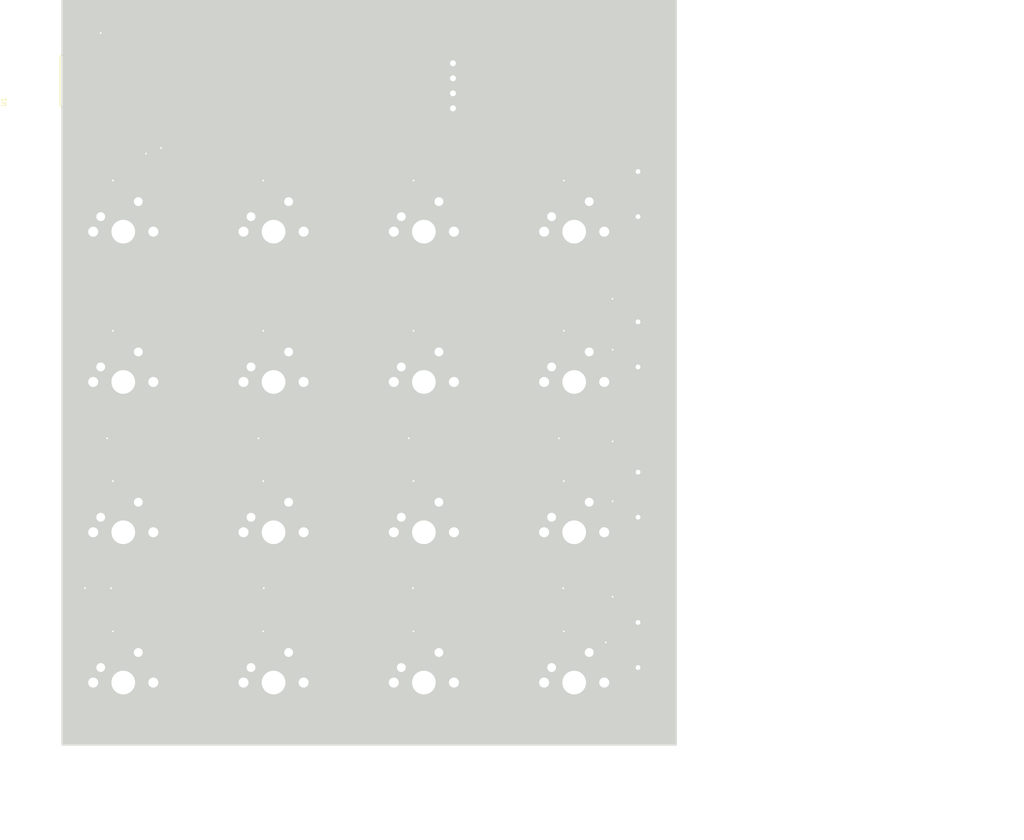
<source format=kicad_pcb>
(kicad_pcb (version 20241229) (generator "pcbnew") (generator_version "9.0")
  (layers (0 "F.Cu" signal) (2 "B.Cu" signal) (13 "F.Paste" user) (15 "B.Paste" user) (5 "F.SilkS" user "F.Silkscreen") (7 "B.SilkS" user "B.Silkscreen") (1 "F.Mask" user) (3 "B.Mask" user) (25 "Edge.Cuts" user))
  (net 0 "")
  (net 1 "GND")
  (net 2 "Net-(D1-DOUT)")
  (net 3 "Net-(D1-DIN)")
  (net 4 "+5V")
  (net 5 "Net-(D2-DOUT)")
  (net 6 "Net-(D13-DOUT)")
  (net 7 "Net-(D3-DOUT)")
  (net 8 "Net-(D14-DOUT)")
  (net 9 "Net-(D4-DOUT)")
  (net 10 "Net-(D15-DOUT)")
  (net 11 "Net-(D5-DOUT)")
  (net 12 "Net-(D10-DIN)")
  (net 13 "Net-(D11-DIN)")
  (net 14 "Net-(D12-DIN)")
  (net 15 "Net-(D13-DIN)")
  (net 16 "Net-(D10-DOUT)")
  (net 17 "Net-(D11-DOUT)")
  (net 18 "Net-(D12-DOUT)")
  (net 20 "Net-(D17-K)")
  (net 21 "Net-(D17-A)")
  (net 22 "Net-(D18-K)")
  (net 23 "Net-(D18-A)")
  (net 24 "Net-(D19-A)")
  (net 25 "Net-(D19-K)")
  (net 26 "Net-(D20-A)")
  (net 27 "Net-(D20-K)")
  (net 28 "Net-(U1-GPIO1{slash}RX)")
  (net 29 "Net-(U1-GPIO2{slash}SCK)")
  (net 30 "Net-(U1-GPIO4{slash}MISO)")
  (net 31 "Net-(U1-GPIO3{slash}MOSI)")
  (net 32 "+3V3")
  (net 33 "Net-(J1-Pin_1)")
  (net 34 "Net-(J1-Pin_2)")
  (footprint "LED_SMD:LED_SK6812MINI_PLCC4_3.5x3.5mm_P1.75mm" (layer "F.Cu") (at 95.25 98.425)
    (property "Reference" "D11")
    (property "Value" "SK6812MINI")
  )
  (footprint "Button_Switch_Keyboard:SW_Cherry_MX_1.00u_PCB" (layer "F.Cu") (at 123.19 128.27)
    (property "Reference" "SW16")
    (property "Value" "SW_Push")
  )
  (footprint "Button_Switch_Keyboard:SW_Cherry_MX_1.00u_PCB" (layer "F.Cu") (at 97.79 52.07)
    (property "Reference" "SW8")
    (property "Value" "SW_Push")
  )
  (footprint "LED_SMD:LED_SK6812MINI_PLCC4_3.5x3.5mm_P1.75mm" (layer "F.Cu") (at 120.65 73.025)
    (property "Reference" "D14")
    (property "Value" "SK6812MINI")
  )
  (footprint "LED_SMD:LED_SK6812MINI_PLCC4_3.5x3.5mm_P1.75mm" (layer "F.Cu") (at 44.45 123.825)
    (property "Reference" "D4")
    (property "Value" "SK6812MINI")
  )
  (footprint "Diode_THT:D_DO-35_SOD27_P7.62mm_Horizontal" (layer "F.Cu") (at 131.445 123.19 -90)
    (property "Reference" "D20" (hide yes))
    (property "Value" "1N4148" (hide yes))
  )
  (footprint "LED_SMD:LED_SK6812MINI_PLCC4_3.5x3.5mm_P1.75mm" (layer "F.Cu") (at 120.65 123.825)
    (property "Reference" "D16")
    (property "Value" "SK6812MINI")
  )
  (footprint "Button_Switch_Keyboard:SW_Cherry_MX_1.00u_PCB" (layer "F.Cu") (at 97.79 77.47)
    (property "Reference" "SW9")
    (property "Value" "SW_Push")
  )
  (footprint "Button_Switch_Keyboard:SW_Cherry_MX_1.00u_PCB" (layer "F.Cu") (at 97.79 128.27)
    (property "Reference" "SW11")
    (property "Value" "SW_Push")
  )
  (footprint "Diode_THT:D_DO-35_SOD27_P7.62mm_Horizontal" (layer "F.Cu") (at 131.445 97.79 -90)
    (property "Reference" "D19" (hide yes))
    (property "Value" "1N4148" (hide yes))
  )
  (footprint "LED_SMD:LED_SK6812MINI_PLCC4_3.5x3.5mm_P1.75mm" (layer "F.Cu") (at 69.85 73.025)
    (property "Reference" "D6")
    (property "Value" "SK6812MINI")
  )
  (footprint "Button_Switch_Keyboard:SW_Cherry_MX_1.00u_PCB" (layer "F.Cu") (at 123.19 102.87)
    (property "Reference" "SW15")
    (property "Value" "SW_Push")
  )
  (footprint "Button_Switch_Keyboard:SW_Cherry_MX_1.00u_PCB" (layer "F.Cu") (at 72.39 128.27)
    (property "Reference" "SW7")
    (property "Value" "SW_Push")
  )
  (footprint "Oled:SSD1306-0.91-OLED-4pin-128x32" (layer "F.Cu") (at 63.665 26.5)
    (property "Reference" "J1")
    (property "Value" "OLED")
  )
  (footprint "LED_SMD:LED_SK6812MINI_PLCC4_3.5x3.5mm_P1.75mm" (layer "F.Cu") (at 120.65 47.625)
    (property "Reference" "D13")
    (property "Value" "SK6812MINI")
  )
  (footprint "Oled:XIAO-RP2040-SMD" (layer "F.Cu") (at 45.72 31.75 90)
    (property "Reference" "U1")
    (property "Value" "XIAO-RP2040-DIP")
  )
  (footprint "Button_Switch_Keyboard:SW_Cherry_MX_1.00u_PCB" (layer "F.Cu") (at 46.99 52.07)
    (property "Reference" "SW13")
    (property "Value" "SW_Push")
  )
  (footprint "Button_Switch_Keyboard:SW_Cherry_MX_1.00u_PCB" (layer "F.Cu") (at 46.99 102.87)
    (property "Reference" "SW2")
    (property "Value" "SW_Push")
  )
  (footprint "Button_Switch_Keyboard:SW_Cherry_MX_1.00u_PCB" (layer "F.Cu") (at 97.79 102.87)
    (property "Reference" "SW10")
    (property "Value" "SW_Push")
  )
  (footprint "LED_SMD:LED_SK6812MINI_PLCC4_3.5x3.5mm_P1.75mm" (layer "F.Cu") (at 44.45 47.625)
    (property "Reference" "D1")
    (property "Value" "SK6812MINI")
  )
  (footprint "LED_SMD:LED_SK6812MINI_PLCC4_3.5x3.5mm_P1.75mm" (layer "F.Cu") (at 95.25 73.025)
    (property "Reference" "D10")
    (property "Value" "SK6812MINI")
  )
  (footprint "Button_Switch_Keyboard:SW_Cherry_MX_1.00u_PCB" (layer "F.Cu") (at 72.39 52.07)
    (property "Reference" "SW4")
    (property "Value" "SW_Push")
  )
  (footprint "Button_Switch_Keyboard:SW_Cherry_MX_1.00u_PCB" (layer "F.Cu") (at 46.99 128.27)
    (property "Reference" "SW3")
    (property "Value" "SW_Push")
  )
  (footprint "Button_Switch_Keyboard:SW_Cherry_MX_1.00u_PCB" (layer "F.Cu") (at 123.19 77.47)
    (property "Reference" "SW14")
    (property "Value" "SW_Push")
  )
  (footprint "Button_Switch_Keyboard:SW_Cherry_MX_1.00u_PCB" (layer "F.Cu") (at 46.99 77.47)
    (property "Reference" "SW1")
    (property "Value" "SW_Push")
  )
  (footprint "LED_SMD:LED_SK6812MINI_PLCC4_3.5x3.5mm_P1.75mm" (layer "F.Cu") (at 69.85 47.625)
    (property "Reference" "D5")
    (property "Value" "SK6812MINI")
  )
  (footprint "LED_SMD:LED_SK6812MINI_PLCC4_3.5x3.5mm_P1.75mm" (layer "F.Cu") (at 69.85 123.825)
    (property "Reference" "D8")
    (property "Value" "SK6812MINI")
  )
  (footprint "LED_SMD:LED_SK6812MINI_PLCC4_3.5x3.5mm_P1.75mm" (layer "F.Cu") (at 44.45 73.025)
    (property "Reference" "D2")
    (property "Value" "SK6812MINI")
  )
  (footprint "LED_SMD:LED_SK6812MINI_PLCC4_3.5x3.5mm_P1.75mm" (layer "F.Cu") (at 95.25 47.625)
    (property "Reference" "D9")
    (property "Value" "SK6812MINI")
  )
  (footprint "Button_Switch_Keyboard:SW_Cherry_MX_1.00u_PCB" (layer "F.Cu") (at 123.19 52.07)
    (property "Reference" "SW12")
    (property "Value" "SW_Push")
  )
  (footprint "Button_Switch_Keyboard:SW_Cherry_MX_1.00u_PCB" (layer "F.Cu") (at 72.39 102.87)
    (property "Reference" "SW6")
    (property "Value" "SW_Push")
  )
  (footprint "Diode_THT:D_DO-35_SOD27_P7.62mm_Horizontal" (layer "F.Cu") (at 131.445 72.39 -90)
    (property "Reference" "D18")
    (property "Value" "1N4148" (hide yes))
  )
  (footprint "LED_SMD:LED_SK6812MINI_PLCC4_3.5x3.5mm_P1.75mm" (layer "F.Cu") (at 120.65 98.425)
    (property "Reference" "D15")
    (property "Value" "SK6812MINI")
  )
  (footprint "Button_Switch_Keyboard:SW_Cherry_MX_1.00u_PCB" (layer "F.Cu") (at 72.39 77.47)
    (property "Reference" "SW5")
    (property "Value" "SW_Push")
  )
  (footprint "LED_SMD:LED_SK6812MINI_PLCC4_3.5x3.5mm_P1.75mm" (layer "F.Cu") (at 69.85 98.425)
    (property "Reference" "D7")
    (property "Value" "SK6812MINI")
  )
  (footprint "LED_SMD:LED_SK6812MINI_PLCC4_3.5x3.5mm_P1.75mm" (layer "F.Cu") (at 44.45 98.425)
    (property "Reference" "D3")
    (property "Value" "SK6812MINI")
  )
  (footprint "Diode_THT:D_DO-35_SOD27_P7.62mm_Horizontal" (layer "F.Cu") (at 131.445 46.99 -90)
    (property "Reference" "D17" (hide yes))
    (property "Value" "1N4148")
  )
  (footprint "LED_SMD:LED_SK6812MINI_PLCC4_3.5x3.5mm_P1.75mm" (layer "F.Cu") (at 95.25 123.825)
    (property "Reference" "D12")
    (property "Value" "SK6812MINI")
  )
  (segment (start 67.3 92.075) (end 92.675 92.075) (width 0.6) (layer "F.Cu") (net 1))
  (segment (start 92.725 92.075) (end 118.05 92.075) (width 0.6) (layer "F.Cu") (net 1))
  (segment (start 68.2 117.4) (end 93.4 117.4) (width 0.6) (layer "F.Cu") (net 1))
  (segment (start 40.64 22.935794) (end 42.867794 20.708) (width 0.6) (layer "F.Cu") (net 1))
  (segment (start 41.725 92.075) (end 67.3 92.075) (width 0.6) (layer "F.Cu") (net 1))
  (segment (start 42.867794 20.708) (end 92.183 20.708) (width 0.6) (layer "F.Cu") (net 1))
  (segment (start 118.8 117.4) (end 119 117.4) (width 0.6) (layer "F.Cu") (net 1))
  (segment (start 92.183 20.708) (end 100.165 28.69) (width 0.6) (layer "F.Cu") (net 1))
  (segment (start 92.675 92.075) (end 92.7 92.05) (width 0.6) (layer "F.Cu") (net 1))
  (segment (start 40.64 23.585) (end 40.64 22.935794) (width 0.6) (layer "F.Cu") (net 1))
  (segment (start 92.7 92.05) (end 92.725 92.075) (width 0.6) (layer "F.Cu") (net 1))
  (segment (start 38 117.4) (end 42.4 117.4) (width 0.6) (layer "F.Cu") (net 1))
  (segment (start 93.4 117.4) (end 118.8 117.4) (width 0.6) (layer "F.Cu") (net 1))
  (segment (start 42.4 117.4) (end 68.2 117.4) (width 0.6) (layer "F.Cu") (net 1))
  (via (at 68.2 117.4) (size 0.6) (drill 0.3) (layers "F.Cu" "B.Cu") (net 1))
  (via (at 67.3 92.075) (size 0.6) (drill 0.3) (layers "F.Cu" "B.Cu") (net 1))
  (via (at 42.7 124.7) (size 0.6) (drill 0.3) (layers "F.Cu" "B.Cu") (net 1))
  (via (at 42.7 99.3) (size 0.6) (drill 0.3) (layers "F.Cu" "B.Cu") (net 1))
  (via (at 38 117.4) (size 0.6) (drill 0.3) (layers "F.Cu" "B.Cu") (net 1))
  (via (at 42.7 48.5) (size 0.6) (drill 0.3) (layers "F.Cu" "B.Cu") (net 1))
  (via (at 42.7 73.9) (size 0.6) (drill 0.3) (layers "F.Cu" "B.Cu") (net 1))
  (via (at 93.4 117.4) (size 0.6) (drill 0.3) (layers "F.Cu" "B.Cu") (net 1))
  (via (at 42.4 117.4) (size 0.6) (drill 0.3) (layers "F.Cu" "B.Cu") (net 1))
  (via (at 118.8 117.4) (size 0.6) (drill 0.3) (layers "F.Cu" "B.Cu") (net 1))
  (via (at 118.9 99.3) (size 0.6) (drill 0.3) (layers "F.Cu" "B.Cu") (net 1))
  (via (at 68.1 73.9) (size 0.6) (drill 0.3) (layers "F.Cu" "B.Cu") (net 1))
  (via (at 68.1 99.3) (size 0.6) (drill 0.3) (layers "F.Cu" "B.Cu") (net 1))
  (via (at 118.9 48.5) (size 0.6) (drill 0.3) (layers "F.Cu" "B.Cu") (net 1))
  (via (at 118.05 92.075) (size 0.6) (drill 0.3) (layers "F.Cu" "B.Cu") (net 1))
  (via (at 118.9 73.9) (size 0.6) (drill 0.3) (layers "F.Cu" "B.Cu") (net 1))
  (via (at 68.1 124.7) (size 0.6) (drill 0.3) (layers "F.Cu" "B.Cu") (net 1))
  (via (at 40.64 23.585) (size 0.6) (drill 0.3) (layers "F.Cu" "B.Cu") (net 1))
  (via (at 93.5 124.7) (size 0.6) (drill 0.3) (layers "F.Cu" "B.Cu") (net 1))
  (via (at 118.9 124.7) (size 0.6) (drill 0.3) (layers "F.Cu" "B.Cu") (net 1))
  (via (at 92.7 92.05) (size 0.6) (drill 0.3) (layers "F.Cu" "B.Cu") (net 1))
  (via (at 68.1 48.5) (size 0.6) (drill 0.3) (layers "F.Cu" "B.Cu") (net 1))
  (via (at 41.725 92.075) (size 0.6) (drill 0.3) (layers "F.Cu" "B.Cu") (net 1))
  (via (at 93.5 48.5) (size 0.6) (drill 0.3) (layers "F.Cu" "B.Cu") (net 1))
  (via (at 93.5 73.9) (size 0.6) (drill 0.3) (layers "F.Cu" "B.Cu") (net 1))
  (via (at 93.5 99.3) (size 0.6) (drill 0.3) (layers "F.Cu" "B.Cu") (net 1))
  (segment (start 42.7 73.9) (end 42.7 80.692341) (width 0.6) (layer "B.Cu") (net 1))
  (segment (start 68.1 92.875) (end 67.3 92.075) (width 0.6) (layer "B.Cu") (net 1))
  (segment (start 93.5 48.5) (end 68.1 48.5) (width 0.6) (layer "B.Cu") (net 1))
  (segment (start 40.64 23.585) (end 37.969 26.256) (width 0.6) (layer "B.Cu") (net 1))
  (segment (start 42.7 93.05) (end 41.725 92.075) (width 0.6) (layer "B.Cu") (net 1))
  (segment (start 37.969 92.069) (end 37.975 92.075) (width 0.6) (layer "B.Cu") (net 1))
  (segment (start 118.05 81.542341) (end 118.9 80.692341) (width 0.6) (layer "B.Cu") (net 1))
  (segment (start 118.9 92.925) (end 118.05 92.075) (width 0.6) (layer "B.Cu") (net 1))
  (segment (start 42.7 80.692341) (end 41.725 81.667341) (width 0.6) (layer "B.Cu") (net 1))
  (segment (start 118.05 92.075) (end 118.05 81.542341) (width 0.6) (layer "B.Cu") (net 1))
  (segment (start 67.3 81.492341) (end 67.3 92.075) (width 0.6) (layer "B.Cu") (net 1))
  (segment (start 93.5 80.692341) (end 92.7 81.492341) (width 0.6) (layer "B.Cu") (net 1))
  (segment (start 93.5 99.3) (end 93.5 92.85) (width 0.6) (layer "B.Cu") (net 1))
  (segment (start 37.969 26.256) (end 37.969 92.069) (width 0.6) (layer "B.Cu") (net 1))
  (segment (start 93.5 92.85) (end 92.7 92.05) (width 0.6) (layer "B.Cu") (net 1))
  (segment (start 37.969 117.369) (end 38 117.4) (width 0.6) (layer "B.Cu") (net 1))
  (segment (start 101.8 30.325) (end 101.8 48.5) (width 0.6) (layer "B.Cu") (net 1))
  (segment (start 93.5 73.9) (end 93.5 80.692341) (width 0.6) (layer "B.Cu") (net 1))
  (segment (start 68.1 124.7) (end 68.1 117.5) (width 0.6) (layer "B.Cu") (net 1))
  (segment (start 37.975 92.075) (end 37.969 92.081) (width 0.6) (layer "B.Cu") (net 1))
  (segment (start 118.9 124.7) (end 118.9 117.5) (width 0.6) (layer "B.Cu") (net 1))
  (segment (start 118.9 48.5) (end 101.8 48.5) (width 0.6) (layer "B.Cu") (net 1))
  (segment (start 41.725 81.667341) (end 41.725 92.075) (width 0.6) (layer "B.Cu") (net 1))
  (segment (start 68.1 80.692341) (end 67.3 81.492341) (width 0.6) (layer "B.Cu") (net 1))
  (segment (start 93.5 124.7) (end 93.5 117.5) (width 0.6) (layer "B.Cu") (net 1))
  (segment (start 42.7 99.3) (end 42.7 93.05) (width 0.6) (layer "B.Cu") (net 1))
  (segment (start 100.165 28.69) (end 101.8 30.325) (width 0.6) (layer "B.Cu") (net 1))
  (segment (start 118.9 80.692341) (end 118.9 73.9) (width 0.6) (layer "B.Cu") (net 1))
  (segment (start 68.1 99.3) (end 68.1 92.875) (width 0.6) (layer "B.Cu") (net 1))
  (segment (start 118.9 117.5) (end 118.8 117.4) (width 0.6) (layer "B.Cu") (net 1))
  (segment (start 37.975 92.075) (end 41.725 92.075) (width 0.6) (layer "B.Cu") (net 1))
  (segment (start 42.7 117.7) (end 42.4 117.4) (width 0.6) (layer "B.Cu") (net 1))
  (segment (start 118.9 99.3) (end 118.9 92.925) (width 0.6) (layer "B.Cu") (net 1))
  (segment (start 93.5 117.5) (end 93.4 117.4) (width 0.6) (layer "B.Cu") (net 1))
  (segment (start 92.7 81.492341) (end 92.7 92.05) (width 0.6) (layer "B.Cu") (net 1))
  (segment (start 42.7 48.5) (end 68.1 48.5) (width 0.6) (layer "B.Cu") (net 1))
  (segment (start 101.8 48.5) (end 93.5 48.5) (width 0.6) (layer "B.Cu") (net 1))
  (segment (start 42.7 124.7) (end 42.7 117.7) (width 0.6) (layer "B.Cu") (net 1))
  (segment (start 68.1 117.5) (end 68.2 117.4) (width 0.6) (layer "B.Cu") (net 1))
  (segment (start 37.969 92.081) (end 37.969 117.369) (width 0.6) (layer "B.Cu") (net 1))
  (segment (start 68.1 73.9) (end 68.1 80.692341) (width 0.6) (layer "B.Cu") (net 1))
  (segment (start 71.6 49.4) (end 71.6 48.5) (width 0.25) (layer "F.Cu") (net 2))
  (segment (start 66 45.6) (end 66 49.6) (width 0.25) (layer "F.Cu") (net 2))
  (segment (start 42.7 46.75) (end 42.7 45.7) (width 0.25) (layer "F.Cu") (net 2))
  (segment (start 66 49.6) (end 71.4 49.6) (width 0.25) (layer "F.Cu") (net 2))
  (segment (start 42.7 45.7) (end 42.8 45.6) (width 0.2) (layer "F.Cu") (net 2))
  (segment (start 42.8 45.6) (end 66 45.6) (width 0.25) (layer "F.Cu") (net 2))
  (segment (start 71.4 49.6) (end 71.6 49.4) (width 0.25) (layer "F.Cu") (net 2))
  (segment (start 53.35 44.75) (end 53.34 44.74) (width 0.25) (layer "F.Cu") (net 3))
  (segment (start 40.75 49.6) (end 40.75 44.95) (width 0.25) (layer "F.Cu") (net 3))
  (segment (start 53.34 44.74) (end 53.34 39.75) (width 0.25) (layer "F.Cu") (net 3))
  (segment (start 40.75 44.95) (end 53.35 44.95) (width 0.25) (layer "F.Cu") (net 3))
  (segment (start 46.2 49.6) (end 40.75 49.6) (width 0.25) (layer "F.Cu") (net 3))
  (segment (start 46.2 48.5) (end 46.2 49.6) (width 0.25) (layer "F.Cu") (net 3))
  (segment (start 53.35 44.95) (end 53.35 44.75) (width 0.25) (layer "F.Cu") (net 3))
  (segment (start 122.4 97.55) (end 123.077 97.55) (width 0.6) (layer "F.Cu") (net 4))
  (segment (start 123.801 73.75) (end 127.15 77.099) (width 0.6) (layer "F.Cu") (net 4))
  (segment (start 132.114415 42.25) (end 132.6 42.25) (width 0.8) (layer "F.Cu") (net 4))
  (segment (start 98.65 123.923) (end 98.65 126.569) (width 0.6) (layer "F.Cu") (net 4))
  (segment (start 71.975 97.55) (end 75.551 101.126) (width 0.6) (layer "F.Cu") (net 4))
  (segment (start 98.65 126.569) (end 73.45 126.569) (width 0.6) (layer "F.Cu") (net 4))
  (segment (start 122.4 72.15) (end 123.077 72.15) (width 0.6) (layer "F.Cu") (net 4))
  (segment (start 134.9 44.55) (end 134.9 126.25) (width 0.8) (layer "F.Cu") (net 4))
  (segment (start 97.375 46.75) (end 97 46.75) (width 0.6) (layer "F.Cu") (net 4))
  (segment (start 123.801 49.526) (end 123.001 50.326) (width 0.6) (layer "F.Cu") (net 4))
  (segment (start 46.2 46.75) (end 46.575 46.75) (width 0.6) (layer "F.Cu") (net 4))
  (segment (start 127.15 118.85) (end 127.15 118.95) (width 0.6) (layer "F.Cu") (net 4))
  (segment (start 123.801 73.75) (end 123.801 74.926) (width 0.6) (layer "F.Cu") (net 4))
  (segment (start 71.6 72.15) (end 71.975 72.15) (width 0.6) (layer "F.Cu") (net 4))
  (segment (start 126 126.569) (end 124.05 126.569) (width 0.6) (layer "F.Cu") (net 4))
  (segment (start 123.801 47.474) (end 123.801 49.526) (width 0.6) (layer "F.Cu") (net 4))
  (segment (start 123.801 98.274) (end 123.801 99.25) (width 0.6) (layer "F.Cu") (net 4))
  (segment (start 123.801 72.874) (end 123.801 73.75) (width 0.6) (layer "F.Cu") (net 4))
  (segment (start 71.975 122.95) (end 73.45 124.425) (width 0.6) (layer "F.Cu") (net 4))
  (segment (start 46.2 97.55) (end 46.575 97.55) (width 0.6) (layer "F.Cu") (net 4))
  (segment (start 97.375 72.15) (end 97 72.15) (width 0.6) (layer "F.Cu") (net 4))
  (segment (start 75.551 101.126) (end 101.253 101.126) (width 0.6) (layer "F.Cu") (net 4))
  (segment (start 73.45 124.425) (end 73.45 126.569) (width 0.6) (layer "F.Cu") (net 4))
  (segment (start 46.575 72.15) (end 50.151 75.726) (width 0.6) (layer "F.Cu") (net 4))
  (segment (start 100.951 75.726) (end 97.375 72.15) (width 0.6) (layer "F.Cu") (net 4))
  (segment (start 123.077 72.15) (end 123.801 72.874) (width 0.6) (layer "F.Cu") (net 4))
  (segment (start 122.775 46.75) (end 127.131 51.106) (width 0.6) (layer "F.Cu") (net 4))
  (segment (start 127.1 68.4) (end 127.1 68.5) (width 0.6) (layer "F.Cu") (net 4))
  (segment (start 134.581 126.569) (end 134.9 126.25) (width 0.6) (layer "F.Cu") (net 4))
  (segment (start 134.9 126.9) (end 134.6 127.2) (width 0.8) (layer "F.Cu") (net 4))
  (segment (start 123.801 100.326) (end 123.001 101.126) (width 0.6) (layer "F.Cu") (net 4))
  (segment (start 50.151 50.326) (end 75.551 50.326) (width 0.6) (layer "F.Cu") (net 4))
  (segment (start 75.551 75.726) (end 100.951 75.726) (width 0.6) (layer "F.Cu") (net 4))
  (segment (start 40.503 19.807) (end 40.81 19.5) (width 0.8) (layer "F.Cu") (net 4))
  (segment (start 100.951 50.326) (end 97.375 46.75) (width 0.6) (layer "F.Cu") (net 4))
  (segment (start 123.001 50.326) (end 100.951 50.326) (width 0.6) (layer "F.Cu") (net 4))
  (segment (start 123.001 101.126) (end 101.253 101.126) (width 0.6) (layer "F.Cu") (net 4))
  (segment (start 40.81 19.5) (end 109.364415 19.5) (width 0.8) (layer "F.Cu") (net 4))
  (segment (start 46.575 46.75) (end 50.151 50.326) (width 0.6) (layer "F.Cu") (net 4))
  (segment (start 133.969 126.569) (end 126 126.569) (width 0.6) (layer "F.Cu") (net 4))
  (segment (start 50.151 101.126) (end 75.551 101.126) (width 0.6) (layer "F.Cu") (net 4))
  (segment (start 123.077 97.55) (end 123.801 98.274) (width 0.6) (layer "F.Cu") (net 4))
  (segment (start 97 122.95) (end 97.677 122.95) (width 0.6) (layer "F.Cu") (net 4))
  (segment (start 122.4 46.75) (end 122.775 46.75) (width 0.6) (layer "F.Cu") (net 4))
  (segment (start 132.6 42.25) (end 134.9 44.55) (width 0.8) (layer "F.Cu") (net 4))
  (segment (start 71.975 72.15) (end 75.551 75.726) (width 0.6) (layer "F.Cu") (net 4))
  (segment (start 46.575 97.55) (end 50.151 101.126) (width 0.6) (layer "F.Cu") (net 4))
  (segment (start 134.9 126.25) (end 134.9 126.9) (width 0.8) (layer "F.Cu") (net 4))
  (segment (start 101.253 101.126) (end 97.677 97.55) (width 0.6) (layer "F.Cu") (net 4))
  (segment (start 38.1 23.585) (end 38.1 22.21) (width 0.6) (layer "F.Cu") (net 4))
  (segment (start 123.077 46.75) (end 123.801 47.474) (width 0.6) (layer "F.Cu") (net 4))
  (segment (start 124.05 126.569) (end 98.65 126.569) (width 0.6) (layer "F.Cu") (net 4))
  (segment (start 71.975 46.75) (end 75.551 50.326) (width 0.6) (layer "F.Cu") (net 4))
  (segment (start 134.6 127.2) (end 133.969 126.569) (width 0.6) (layer "F.Cu") (net 4))
  (segment (start 46.575 122.95) (end 46.2 122.95) (width 0.6) (layer "F.Cu") (net 4))
  (segment (start 71.6 97.55) (end 71.975 97.55) (width 0.6) (layer "F.Cu") (net 4))
  (segment (start 123.077 122.95) (end 124.05 123.923) (width 0.6) (layer "F.Cu") (net 4))
  (segment (start 97.677 97.55) (end 97 97.55) (width 0.6) (layer "F.Cu") (net 4))
  (segment (start 75.551 50.326) (end 100.951 50.326) (width 0.6) (layer "F.Cu") (net 4))
  (segment (start 50.194 126.569) (end 46.575 122.95) (width 0.6) (layer "F.Cu") (net 4))
  (segment (start 123.801 99.25) (end 127.15 102.599) (width 0.6) (layer "F.Cu") (net 4))
  (segment (start 97.677 122.95) (end 98.65 123.923) (width 0.6) (layer "F.Cu") (net 4))
  (segment (start 73.45 126.569) (end 50.194 126.569) (width 0.6) (layer "F.Cu") (net 4))
  (segment (start 127.15 77.099) (end 127.15 92.6) (width 0.6) (layer "F.Cu") (net 4))
  (segment (start 123.801 74.926) (end 123.001 75.726) (width 0.6) (layer "F.Cu") (net 4))
  (segment (start 71.6 122.95) (end 71.975 122.95) (width 0.6) (layer "F.Cu") (net 4))
  (segment (start 127.15 102.599) (end 127.15 102.7) (width 0.6) (layer "F.Cu") (net 4))
  (segment (start 50.151 75.726) (end 75.551 75.726) (width 0.6) (layer "F.Cu") (net 4))
  (segment (start 127.15 102.7) (end 127.15 118.85) (width 0.6) (layer "F.Cu") (net 4))
  (segment (start 71.6 46.75) (end 71.975 46.75) (width 0.6) (layer "F.Cu") (net 4))
  (segment (start 133.969 126.569) (end 134.581 126.569) (width 0.6) (layer "F.Cu") (net 4))
  (segment (start 127.131 68.369) (end 127.1 68.4) (width 0.6) (layer "F.Cu") (net 4))
  (segment (start 38.1 22.21) (end 40.503 19.807) (width 0.8) (layer "F.Cu") (net 4))
  (segment (start 124.05 123.923) (end 124.05 126.569) (width 0.6) (layer "F.Cu") (net 4))
  (segment (start 122.4 46.75) (end 123.077 46.75) (width 0.6) (layer "F.Cu") (net 4))
  (segment (start 123.001 75.726) (end 100.951 75.726) (width 0.6) (layer "F.Cu") (net 4))
  (segment (start 123.801 99.25) (end 123.801 100.326) (width 0.6) (layer "F.Cu") (net 4))
  (segment (start 46.2 72.15) (end 46.575 72.15) (width 0.6) (layer "F.Cu") (net 4))
  (segment (start 127.15 92.6) (end 127.15 92.7) (width 0.6) (layer "F.Cu") (net 4))
  (segment (start 109.364415 19.5) (end 132.114415 42.25) (width 0.8) (layer "F.Cu") (net 4))
  (segment (start 122.4 122.95) (end 123.077 122.95) (width 0.6) (layer "F.Cu") (net 4))
  (segment (start 127.131 51.106) (end 127.131 68.369) (width 0.6) (layer "F.Cu") (net 4))
  (via (at 127.1 68.5) (size 0.6) (drill 0.3) (layers "F.Cu" "B.Cu") (net 4))
  (via (at 127.15 92.6) (size 0.6) (drill 0.3) (layers "F.Cu" "B.Cu") (net 4))
  (via (at 127.15 77.099) (size 0.6) (drill 0.3) (layers "F.Cu" "B.Cu") (net 4))
  (via (at 127.15 118.85) (size 0.6) (drill 0.3) (layers "F.Cu" "B.Cu") (net 4))
  (via (at 126 126.569) (size 0.6) (drill 0.3) (layers "F.Cu" "B.Cu") (net 4))
  (via (at 127.15 102.7) (size 0.6) (drill 0.3) (layers "F.Cu" "B.Cu") (net 4))
  (segment (start 127.15 68.55) (end 127.1 68.5) (width 0.6) (layer "B.Cu") (net 4))
  (segment (start 127.15 77.099) (end 127.15 68.55) (width 0.6) (layer "B.Cu") (net 4))
  (segment (start 126 120) (end 127.15 118.85) (width 0.6) (layer "B.Cu") (net 4))
  (segment (start 126 126.569) (end 126 120) (width 0.6) (layer "B.Cu") (net 4))
  (segment (start 127.15 102.7) (end 127.15 92.6) (width 0.6) (layer "B.Cu") (net 4))
  (segment (start 71.6 74.8) (end 71.6 73.9) (width 0.25) (layer "F.Cu") (net 5))
  (segment (start 42.8 71) (end 66 71) (width 0.25) (layer "F.Cu") (net 5))
  (segment (start 66 75) (end 71.4 75) (width 0.25) (layer "F.Cu") (net 5))
  (segment (start 66 71) (end 66 75) (width 0.25) (layer "F.Cu") (net 5))
  (segment (start 42.7 72.15) (end 42.7 71.1) (width 0.25) (layer "F.Cu") (net 5))
  (segment (start 71.4 75) (end 71.6 74.8) (width 0.25) (layer "F.Cu") (net 5))
  (segment (start 129 70) (end 40.6 70) (width 0.25) (layer "F.Cu") (net 6))
  (segment (start 40.6 75.6) (end 46.2 75.6) (width 0.25) (layer "F.Cu") (net 6))
  (segment (start 46.2 75.6) (end 46.2 73.9) (width 0.25) (layer "F.Cu") (net 6))
  (segment (start 40.6 70) (end 40.6 75.6) (width 0.25) (layer "F.Cu") (net 6))
  (segment (start 118.9 46.75) (end 118.9 45.6) (width 0.25) (layer "F.Cu") (net 6))
  (segment (start 129 45.6) (end 129 70) (width 0.25) (layer "F.Cu") (net 6))
  (segment (start 118.9 45.6) (end 129 45.6) (width 0.25) (layer "F.Cu") (net 6))
  (segment (start 66 96.4) (end 66 100.4) (width 0.25) (layer "F.Cu") (net 7))
  (segment (start 42.8 96.4) (end 66 96.4) (width 0.25) (layer "F.Cu") (net 7))
  (segment (start 71.4 100.4) (end 71.6 100.2) (width 0.25) (layer "F.Cu") (net 7))
  (segment (start 42.7 97.55) (end 42.7 96.5) (width 0.25) (layer "F.Cu") (net 7))
  (segment (start 66 100.4) (end 71.4 100.4) (width 0.25) (layer "F.Cu") (net 7))
  (segment (start 71.6 100.2) (end 71.6 99.3) (width 0.25) (layer "F.Cu") (net 7))
  (segment (start 40.55 95.4) (end 40.55 101) (width 0.25) (layer "F.Cu") (net 8))
  (segment (start 128.95 71) (end 128.95 95.4) (width 0.25) (layer "F.Cu") (net 8))
  (segment (start 118.85 71) (end 128.95 71) (width 0.25) (layer "F.Cu") (net 8))
  (segment (start 118.85 72.15) (end 118.85 71) (width 0.25) (layer "F.Cu") (net 8))
  (segment (start 40.55 101) (end 46.15 101) (width 0.25) (layer "F.Cu") (net 8))
  (segment (start 128.95 95.4) (end 40.55 95.4) (width 0.25) (layer "F.Cu") (net 8))
  (segment (start 46.15 101) (end 46.15 99.3) (width 0.25) (layer "F.Cu") (net 8))
  (segment (start 71.6 125.6) (end 71.6 124.7) (width 0.25) (layer "F.Cu") (net 9))
  (segment (start 66 121.8) (end 66 125.8) (width 0.25) (layer "F.Cu") (net 9))
  (segment (start 42.8 121.8) (end 66 121.8) (width 0.25) (layer "F.Cu") (net 9))
  (segment (start 66 125.8) (end 71.4 125.8) (width 0.25) (layer "F.Cu") (net 9))
  (segment (start 71.4 125.8) (end 71.6 125.6) (width 0.25) (layer "F.Cu") (net 9))
  (segment (start 42.7 122.95) (end 42.7 121.9) (width 0.25) (layer "F.Cu") (net 9))
  (segment (start 46.15 126.4) (end 46.15 124.7) (width 0.25) (layer "F.Cu") (net 10))
  (segment (start 128.95 120.8) (end 40.55 120.8) (width 0.25) (layer "F.Cu") (net 10))
  (segment (start 118.85 96.4) (end 128.95 96.4) (width 0.25) (layer "F.Cu") (net 10))
  (segment (start 40.55 120.8) (end 40.55 126.4) (width 0.25) (layer "F.Cu") (net 10))
  (segment (start 118.85 97.55) (end 118.85 96.4) (width 0.25) (layer "F.Cu") (net 10))
  (segment (start 128.95 96.4) (end 128.95 120.8) (width 0.25) (layer "F.Cu") (net 10))
  (segment (start 40.55 126.4) (end 46.15 126.4) (width 0.25) (layer "F.Cu") (net 10))
  (segment (start 91.4 49.6) (end 96.8 49.6) (width 0.25) (layer "F.Cu") (net 11))
  (segment (start 96.8 49.6) (end 97 49.4) (width 0.25) (layer "F.Cu") (net 11))
  (segment (start 68.2 45.6) (end 91.4 45.6) (width 0.25) (layer "F.Cu") (net 11))
  (segment (start 68.1 46.75) (end 68.1 45.7) (width 0.25) (layer "F.Cu") (net 11))
  (segment (start 97 49.4) (end 97 48.5) (width 0.25) (layer "F.Cu") (net 11))
  (segment (start 91.4 45.6) (end 91.4 49.6) (width 0.25) (layer "F.Cu") (net 11))
  (segment (start 68.2 71) (end 91.4 71) (width 0.25) (layer "F.Cu") (net 12))
  (segment (start 68.1 72.15) (end 68.1 71.1) (width 0.25) (layer "F.Cu") (net 12))
  (segment (start 91.4 71) (end 91.4 75) (width 0.25) (layer "F.Cu") (net 12))
  (segment (start 97 74.8) (end 97 73.9) (width 0.25) (layer "F.Cu") (net 12))
  (segment (start 91.4 75) (end 96.8 75) (width 0.25) (layer "F.Cu") (net 12))
  (segment (start 96.8 75) (end 97 74.8) (width 0.25) (layer "F.Cu") (net 12))
  (segment (start 68.2 96.4) (end 91.4 96.4) (width 0.25) (layer "F.Cu") (net 13))
  (segment (start 68.1 97.55) (end 68.1 96.5) (width 0.25) (layer "F.Cu") (net 13))
  (segment (start 96.8 100.4) (end 97 100.2) (width 0.25) (layer "F.Cu") (net 13))
  (segment (start 97 100.2) (end 97 99.3) (width 0.25) (layer "F.Cu") (net 13))
  (segment (start 91.4 96.4) (end 91.4 100.4) (width 0.25) (layer "F.Cu") (net 13))
  (segment (start 91.4 100.4) (end 96.8 100.4) (width 0.25) (layer "F.Cu") (net 13))
  (segment (start 68.2 121.8) (end 91.4 121.8) (width 0.25) (layer "F.Cu") (net 14))
  (segment (start 91.4 121.8) (end 91.4 125.8) (width 0.25) (layer "F.Cu") (net 14))
  (segment (start 96.8 125.8) (end 97 125.6) (width 0.25) (layer "F.Cu") (net 14))
  (segment (start 97 125.6) (end 97 124.7) (width 0.25) (layer "F.Cu") (net 14))
  (segment (start 91.4 125.8) (end 96.8 125.8) (width 0.25) (layer "F.Cu") (net 14))
  (segment (start 68.1 122.95) (end 68.1 121.9) (width 0.25) (layer "F.Cu") (net 14))
  (segment (start 93.6 45.6) (end 116.8 45.6) (width 0.25) (layer "F.Cu") (net 15))
  (segment (start 116.8 45.6) (end 116.8 49.6) (width 0.25) (layer "F.Cu") (net 15))
  (segment (start 122.4 49.4) (end 122.4 48.5) (width 0.25) (layer "F.Cu") (net 15))
  (segment (start 93.5 46.75) (end 93.5 45.7) (width 0.25) (layer "F.Cu") (net 15))
  (segment (start 116.8 49.6) (end 122.2 49.6) (width 0.25) (layer "F.Cu") (net 15))
  (segment (start 122.2 49.6) (end 122.4 49.4) (width 0.25) (layer "F.Cu") (net 15))
  (segment (start 122.4 74.8) (end 122.4 73.9) (width 0.25) (layer "F.Cu") (net 16))
  (segment (start 122.2 75) (end 122.4 74.8) (width 0.25) (layer "F.Cu") (net 16))
  (segment (start 93.5 72.15) (end 93.5 71.1) (width 0.25) (layer "F.Cu") (net 16))
  (segment (start 116.8 71) (end 116.8 75) (width 0.25) (layer "F.Cu") (net 16))
  (segment (start 93.6 71) (end 116.8 71) (width 0.25) (layer "F.Cu") (net 16))
  (segment (start 116.8 75) (end 122.2 75) (width 0.25) (layer "F.Cu") (net 16))
  (segment (start 122.4 100.2) (end 122.4 99.3) (width 0.25) (layer "F.Cu") (net 17))
  (segment (start 116.8 100.4) (end 122.2 100.4) (width 0.25) (layer "F.Cu") (net 17))
  (segment (start 122.2 100.4) (end 122.4 100.2) (width 0.25) (layer "F.Cu") (net 17))
  (segment (start 93.5 97.55) (end 93.5 96.5) (width 0.25) (layer "F.Cu") (net 17))
  (segment (start 93.6 96.4) (end 116.8 96.4) (width 0.25) (layer "F.Cu") (net 17))
  (segment (start 116.8 96.4) (end 116.8 100.4) (width 0.25) (layer "F.Cu") (net 17))
  (segment (start 116.8 121.8) (end 116.8 125.8) (width 0.25) (layer "F.Cu") (net 18))
  (segment (start 93.5 122.95) (end 93.5 121.9) (width 0.25) (layer "F.Cu") (net 18))
  (segment (start 122.2 125.8) (end 122.4 125.6) (width 0.25) (layer "F.Cu") (net 18))
  (segment (start 93.6 121.8) (end 116.8 121.8) (width 0.25) (layer "F.Cu") (net 18))
  (segment (start 116.8 125.8) (end 122.2 125.8) (width 0.25) (layer "F.Cu") (net 18))
  (segment (start 122.4 125.6) (end 122.4 124.7) (width 0.25) (layer "F.Cu") (net 18))
  (segment (start 55.45 39.168166) (end 54.230834 37.949) (width 0.25) (layer "F.Cu") (net 20))
  (segment (start 45.72 38.375) (end 45.72 39.75) (width 0.25) (layer "F.Cu") (net 20))
  (segment (start 131.45 44.95) (end 55.45 44.95) (width 0.25) (layer "F.Cu") (net 20))
  (segment (start 131.445 44.955) (end 131.45 44.95) (width 0.25) (layer "F.Cu") (net 20))
  (segment (start 55.45 44.95) (end 55.45 39.168166) (width 0.25) (layer "F.Cu") (net 20))
  (segment (start 131.445 46.99) (end 131.445 44.955) (width 0.25) (layer "F.Cu") (net 20))
  (segment (start 46.146 37.949) (end 45.72 38.375) (width 0.25) (layer "F.Cu") (net 20))
  (segment (start 54.230834 37.949) (end 46.146 37.949) (width 0.25) (layer "F.Cu") (net 20))
  (segment (start 116.84 54.61) (end 121.457 49.993) (width 0.25) (layer "B.Cu") (net 21))
  (segment (start 40.64 54.61) (end 45.257 49.993) (width 0.25) (layer "B.Cu") (net 21))
  (segment (start 66.04 54.61) (end 70.657 49.993) (width 0.25) (layer "B.Cu") (net 21))
  (segment (start 61.423 49.993) (end 66.04 54.61) (width 0.25) (layer "B.Cu") (net 21))
  (segment (start 112.223 49.993) (end 116.84 54.61) (width 0.25) (layer "B.Cu") (net 21))
  (segment (start 126.828 49.993) (end 131.445 54.61) (width 0.25) (layer "B.Cu") (net 21))
  (segment (start 45.257 49.993) (end 61.423 49.993) (width 0.25) (layer "B.Cu") (net 21))
  (segment (start 91.44 54.61) (end 96.057 49.993) (width 0.25) (layer "B.Cu") (net 21))
  (segment (start 70.657 49.993) (end 86.823 49.993) (width 0.25) (layer "B.Cu") (net 21))
  (segment (start 86.823 49.993) (end 91.44 54.61) (width 0.25) (layer "B.Cu") (net 21))
  (segment (start 121.457 49.993) (end 126.828 49.993) (width 0.25) (layer "B.Cu") (net 21))
  (segment (start 96.057 49.993) (end 112.223 49.993) (width 0.25) (layer "B.Cu") (net 21))
  (segment (start 43.18 38.375) (end 43.18 39.75) (width 0.25) (layer "F.Cu") (net 22))
  (segment (start 44.157 37.398) (end 43.18 38.375) (width 0.25) (layer "F.Cu") (net 22))
  (segment (start 131.445 72.39) (end 132.671 71.164) (width 0.25) (layer "F.Cu") (net 22))
  (segment (start 56.001 38.939934) (end 54.459066 37.398) (width 0.25) (layer "F.Cu") (net 22))
  (segment (start 56.001 44.4) (end 56.001 38.939934) (width 0.25) (layer "F.Cu") (net 22))
  (segment (start 132.671 71.164) (end 132.671 45.391768) (width 0.25) (layer "F.Cu") (net 22))
  (segment (start 131.679232 44.4) (end 56.001 44.4) (width 0.25) (layer "F.Cu") (net 22))
  (segment (start 132.671 45.391768) (end 131.679232 44.4) (width 0.25) (layer "F.Cu") (net 22))
  (segment (start 54.459066 37.398) (end 44.157 37.398) (width 0.25) (layer "F.Cu") (net 22))
  (segment (start 91.44 68.96191) (end 91.44 80.01) (width 0.25) (layer "B.Cu") (net 23))
  (segment (start 70.864 51.43791) (end 71.75791 50.544) (width 0.25) (layer "B.Cu") (net 23))
  (segment (start 71.75791 50.544) (end 73.02209 50.544) (width 0.25) (layer "B.Cu") (net 23))
  (segment (start 66.04 57.52609) (end 70.864 52.70209) (width 0.25) (layer "B.Cu") (net 23))
  (segment (start 40.64 80.01) (end 40.64 57.52609) (width 0.25) (layer "B.Cu") (net 23))
  (segment (start 116.84 57.52609) (end 121.664 52.70209) (width 0.25) (layer "B.Cu") (net 23))
  (segment (start 98.42209 50.544) (end 116.84 68.96191) (width 0.25) (layer "B.Cu") (net 23))
  (segment (start 121.664 52.70209) (end 121.664 51.43791) (width 0.25) (layer "B.Cu") (net 23))
  (segment (start 97.15791 50.544) (end 98.42209 50.544) (width 0.25) (layer "B.Cu") (net 23))
  (segment (start 47.62209 50.544) (end 66.04 68.96191) (width 0.25) (layer "B.Cu") (net 23))
  (segment (start 70.864 52.70209) (end 70.864 51.43791) (width 0.25) (layer "B.Cu") (net 23))
  (segment (start 91.44 80.01) (end 91.44 57.52609) (width 0.25) (layer "B.Cu") (net 23))
  (segment (start 46.35791 50.544) (end 47.62209 50.544) (width 0.25) (layer "B.Cu") (net 23))
  (segment (start 45.464 51.43791) (end 46.35791 50.544) (width 0.25) (layer "B.Cu") (net 23))
  (segment (start 116.84 68.96191) (end 116.84 80.01) (width 0.25) (layer "B.Cu") (net 23))
  (segment (start 40.64 57.52609) (end 45.464 52.70209) (width 0.25) (layer "B.Cu") (net 23))
  (segment (start 45.464 52.70209) (end 45.464 51.43791) (width 0.25) (layer "B.Cu") (net 23))
  (segment (start 66.04 80.01) (end 66.04 57.52609) (width 0.25) (layer "B.Cu") (net 23))
  (segment (start 122.55791 50.544) (end 123.82209 50.544) (width 0.25) (layer "B.Cu") (net 23))
  (segment (start 130.219 78.784) (end 131.445 80.01) (width 0.25) (layer "B.Cu") (net 23))
  (segment (start 123.82209 50.544) (end 130.219 56.94091) (width 0.25) (layer "B.Cu") (net 23))
  (segment (start 96.264 52.70209) (end 96.264 51.43791) (width 0.25) (layer "B.Cu") (net 23))
  (segment (start 73.02209 50.544) (end 91.44 68.96191) (width 0.25) (layer "B.Cu") (net 23))
  (segment (start 66.04 68.96191) (end 66.04 80.01) (width 0.25) (layer "B.Cu") (net 23))
  (segment (start 91.44 57.52609) (end 96.264 52.70209) (width 0.25) (layer "B.Cu") (net 23))
  (segment (start 96.264 51.43791) (end 97.15791 50.544) (width 0.25) (layer "B.Cu") (net 23))
  (segment (start 130.219 56.94091) (end 130.219 78.784) (width 0.25) (layer "B.Cu") (net 23))
  (segment (start 121.664 51.43791) (end 122.55791 50.544) (width 0.25) (layer "B.Cu") (net 23))
  (segment (start 116.84 80.01) (end 116.84 57.52609) (width 0.25) (layer "B.Cu") (net 23))
  (segment (start 91.44 105.41) (end 91.44 124.07809) (width 0.25) (layer "B.Cu") (net 24))
  (segment (start 66.04 124.07809) (end 71.75791 129.796) (width 0.25) (layer "B.Cu") (net 24))
  (segment (start 40.64 124.07809) (end 46.35791 129.796) (width 0.25) (layer "B.Cu") (net 24))
  (segment (start 66.04 111.37809) (end 66.04 105.41) (width 0.25) (layer "B.Cu") (net 24))
  (segment (start 46.35791 129.796) (end 47.62209 129.796) (width 0.25) (layer "B.Cu") (net 24))
  (segment (start 122.55791 129.796) (end 124.449936 129.796) (width 0.25) (layer "B.Cu") (net 24))
  (segment (start 73.02209 129.796) (end 91.44 111.37809) (width 0.25) (layer "B.Cu") (net 24))
  (segment (start 116.84 124.07809) (end 122.55791 129.796) (width 0.25) (layer "B.Cu") (net 24))
  (segment (start 116.84 111.37809) (end 116.84 105.41) (width 0.25) (layer "B.Cu") (net 24))
  (segment (start 91.44 111.37809) (end 91.44 105.41) (width 0.25) (layer "B.Cu") (net 24))
  (segment (start 40.64 105.41) (end 40.64 124.07809) (width 0.25) (layer "B.Cu") (net 24))
  (segment (start 91.44 124.07809) (end 97.15791 129.796) (width 0.25) (layer "B.Cu") (net 24))
  (segment (start 124.449936 129.796) (end 130.219 124.026936) (width 0.25) (layer "B.Cu") (net 24))
  (segment (start 97.15791 129.796) (end 98.42209 129.796) (width 0.25) (layer "B.Cu") (net 24))
  (segment (start 66.04 105.41) (end 66.04 124.07809) (width 0.25) (layer "B.Cu") (net 24))
  (segment (start 130.219 106.636) (end 131.445 105.41) (width 0.25) (layer "B.Cu") (net 24))
  (segment (start 98.42209 129.796) (end 116.84 111.37809) (width 0.25) (layer "B.Cu") (net 24))
  (segment (start 47.62209 129.796) (end 66.04 111.37809) (width 0.25) (layer "B.Cu") (net 24))
  (segment (start 116.84 105.41) (end 116.84 124.07809) (width 0.25) (layer "B.Cu") (net 24))
  (segment (start 71.75791 129.796) (end 73.02209 129.796) (width 0.25) (layer "B.Cu") (net 24))
  (segment (start 130.219 124.026936) (end 130.219 106.636) (width 0.25) (layer "B.Cu") (net 24))
  (segment (start 42.168 36.847) (end 40.64 38.375) (width 0.25) (layer "F.Cu") (net 25))
  (segment (start 131.445 97.79) (end 133.222 96.013) (width 0.25) (layer "F.Cu") (net 25))
  (segment (start 56.552 43.85) (end 56.552 38.711702) (width 0.25) (layer "F.Cu") (net 25))
  (segment (start 133.222 45.163536) (end 131.908464 43.85) (width 0.25) (layer "F.Cu") (net 25))
  (segment (start 56.552 38.711702) (end 54.687298 36.847) (width 0.25) (layer "F.Cu") (net 25))
  (segment (start 54.687298 36.847) (end 42.168 36.847) (width 0.25) (layer "F.Cu") (net 25))
  (segment (start 40.64 38.375) (end 40.64 39.75) (width 0.25) (layer "F.Cu") (net 25))
  (segment (start 133.222 96.013) (end 133.222 45.163536) (width 0.25) (layer "F.Cu") (net 25))
  (segment (start 131.908464 43.85) (end 56.552 43.85) (width 0.25) (layer "F.Cu") (net 25))
  (segment (start 91.44 130.81) (end 116.84 130.81) (width 0.25) (layer "B.Cu") (net 26))
  (segment (start 66.04 130.81) (end 91.44 130.81) (width 0.25) (layer "B.Cu") (net 26))
  (segment (start 116.84 130.81) (end 131.445 130.81) (width 0.25) (layer "B.Cu") (net 26))
  (segment (start 40.64 130.81) (end 66.04 130.81) (width 0.25) (layer "B.Cu") (net 26))
  (segment (start 133.773 120.862) (end 133.773 44.935304) (width 0.25) (layer "F.Cu") (net 27))
  (segment (start 131.445 123.19) (end 133.773 120.862) (width 0.25) (layer "F.Cu") (net 27))
  (segment (start 57.15 38.53047) (end 54.91553 36.296) (width 0.25) (layer "F.Cu") (net 27))
  (segment (start 133.773 44.935304) (end 132.137696 43.3) (width 0.25) (layer "F.Cu") (net 27))
  (segment (start 40.179 36.296) (end 38.1 38.375) (width 0.25) (layer "F.Cu") (net 27))
  (segment (start 38.1 38.375) (end 38.1 39.75) (width 0.25) (layer "F.Cu") (net 27))
  (segment (start 132.137696 43.3) (end 57.15 43.3) (width 0.25) (layer "F.Cu") (net 27))
  (segment (start 54.91553 36.296) (end 40.179 36.296) (width 0.25) (layer "F.Cu") (net 27))
  (segment (start 57.15 43.3) (end 57.15 38.53047) (width 0.25) (layer "F.Cu") (net 27))
  (segment (start 46.99 52.07) (end 42.440768 52.07) (width 0.25) (layer "F.Cu") (net 28))
  (segment (start 36.674 38.484166) (end 39.413166 35.745) (width 0.25) (layer "F.Cu") (net 28))
  (segment (start 53.34 26.09) (end 53.34 23.585) (width 0.25) (layer "F.Cu") (net 28))
  (segment (start 36.674 46.303232) (end 36.674 38.484166) (width 0.25) (layer "F.Cu") (net 28))
  (segment (start 51.95 27.5) (end 53.35 26.1) (width 0.25) (layer "F.Cu") (net 28))
  (segment (start 39.413166 35.745) (end 51.95 35.745) (width 0.25) (layer "F.Cu") (net 28))
  (segment (start 42.440768 52.07) (end 36.674 46.303232) (width 0.25) (layer "F.Cu") (net 28))
  (segment (start 53.35 26.1) (end 53.34 26.09) (width 0.25) (layer "F.Cu") (net 28))
  (segment (start 51.95 35.745) (end 51.95 27.5) (width 0.25) (layer "F.Cu") (net 28))
  (segment (start 46.99 102.87) (end 46.99 77.47) (width 0.25) (layer "B.Cu") (net 28))
  (segment (start 46.99 128.27) (end 46.99 102.87) (width 0.25) (layer "B.Cu") (net 28))
  (segment (start 46.99 77.47) (end 46.99 52.07) (width 0.25) (layer "B.Cu") (net 28))
  (segment (start 64.89591 53.596) (end 43.187536 53.596) (width 0.25) (layer "F.Cu") (net 29))
  (segment (start 43.187536 53.596) (end 36.123 46.531464) (width 0.25) (layer "F.Cu") (net 29))
  (segment (start 36.123 38.255934) (end 39.278934 35.1) (width 0.25) (layer "F.Cu") (net 29))
  (segment (start 50.85 35.1) (end 50.8 35.05) (width 0.25) (layer "F.Cu") (net 29))
  (segment (start 50.8 35.05) (end 50.8 23.585) (width 0.25) (layer "F.Cu") (net 29))
  (segment (start 72.39 52.07) (end 66.42191 52.07) (width 0.25) (layer "F.Cu") (net 29))
  (segment (start 66.42191 52.07) (end 64.89591 53.596) (width 0.25) (layer "F.Cu") (net 29))
  (segment (start 36.123 46.531464) (end 36.123 38.255934) (width 0.25) (layer "F.Cu") (net 29))
  (segment (start 39.278934 35.1) (end 50.85 35.1) (width 0.25) (layer "F.Cu") (net 29))
  (segment (start 72.39 77.47) (end 72.39 102.87) (width 0.25) (layer "B.Cu") (net 29))
  (segment (start 72.39 128.27) (end 72.39 102.87) (width 0.25) (layer "B.Cu") (net 29))
  (segment (start 72.39 52.07) (end 72.39 77.47) (width 0.25) (layer "B.Cu") (net 29))
  (segment (start 69.97009 53.596) (end 65.996 57.57009) (width 0.25) (layer "F.Cu") (net 30))
  (segment (start 35.572 37.895463) (end 38.918463 34.549) (width 0.25) (layer "F.Cu") (net 30))
  (segment (start 65.996 57.57009) (end 65.996 57.657826) (width 0.25) (layer "F.Cu") (net 30))
  (segment (start 35.572 46.759696) (end 35.572 37.895463) (width 0.25) (layer "F.Cu") (net 30))
  (segment (start 65.996 57.657826) (end 65.277826 58.376) (width 0.25) (layer "F.Cu") (net 30))
  (segment (start 38.918463 34.549) (end 48.4 34.549) (width 0.25) (layer "F.Cu") (net 30))
  (segment (start 64.262174 58.376) (end 60.033174 54.147) (width 0.25) (layer "F.Cu") (net 30))
  (segment (start 74.54809 52.07) (end 73.02209 53.596) (width 0.25) (layer "F.Cu") (net 30))
  (segment (start 97.79 52.07) (end 74.54809 52.07) (width 0.25) (layer "F.Cu") (net 30))
  (segment (start 42.959304 54.147) (end 35.572 46.759696) (width 0.25) (layer "F.Cu") (net 30))
  (segment (start 73.02209 53.596) (end 69.97009 53.596) (width 0.25) (layer "F.Cu") (net 30))
  (segment (start 60.033174 54.147) (end 42.959304 54.147) (width 0.25) (layer "F.Cu") (net 30))
  (segment (start 65.277826 58.376) (end 64.262174 58.376) (width 0.25) (layer "F.Cu") (net 30))
  (segment (start 48.4 34.549) (end 48.26 34.409) (width 0.25) (layer "F.Cu") (net 30))
  (segment (start 48.26 34.409) (end 48.26 23.585) (width 0.25) (layer "F.Cu") (net 30))
  (segment (start 97.79 128.27) (end 97.79 102.87) (width 0.25) (layer "B.Cu") (net 30))
  (segment (start 97.79 102.87) (end 97.79 77.47) (width 0.25) (layer "B.Cu") (net 30))
  (segment (start 97.79 77.47) (end 97.79 52.07) (width 0.25) (layer "B.Cu") (net 30))
  (segment (start 115.438768 52.07) (end 107.982768 59.526) (width 0.25) (layer "F.Cu") (net 31))
  (segment (start 40.012174 59.526) (end 35.021 54.534826) (width 0.25) (layer "F.Cu") (net 31))
  (segment (start 107.982768 59.526) (end 40.012174 59.526) (width 0.25) (layer "F.Cu") (net 31))
  (segment (start 123.19 52.07) (end 115.438768 52.07) (width 0.25) (layer "F.Cu") (net 31))
  (segment (start 45.294 25.386) (end 45.72 24.96) (width 0.25) (layer "F.Cu") (net 31))
  (segment (start 40.449463 25.386) (end 45.294 25.386) (width 0.25) (layer "F.Cu") (net 31))
  (segment (start 35.021 54.534826) (end 35.021 30.814463) (width 0.25) (layer "F.Cu") (net 31))
  (segment (start 35.021 30.814463) (end 40.449463 25.386) (width 0.25) (layer "F.Cu") (net 31))
  (segment (start 45.72 24.96) (end 45.72 23.585) (width 0.25) (layer "F.Cu") (net 31))
  (segment (start 123.19 52.07) (end 123.19 77.47) (width 0.25) (layer "B.Cu") (net 31))
  (segment (start 123.19 128.27) (end 123.19 102.87) (width 0.25) (layer "B.Cu") (net 31))
  (segment (start 123.19 77.47) (end 123.19 102.87) (width 0.25) (layer "B.Cu") (net 31))
  (segment (start 43.18 21.67) (end 43.18 23.585) (width 0.6) (layer "F.Cu") (net 32))
  (segment (start 100.13 31.23) (end 90.509 21.609) (width 0.6) (layer "F.Cu") (net 32))
  (segment (start 100.165 31.23) (end 100.13 31.23) (width 0.6) (layer "F.Cu") (net 32))
  (segment (start 43.241 21.609) (end 43.18 21.67) (width 0.6) (layer "F.Cu") (net 32))
  (segment (start 90.509 21.609) (end 43.241 21.609) (width 0.6) (layer "F.Cu") (net 32))
  (segment (start 48.26 43.91) (end 48.26 39.75) (width 0.25) (layer "F.Cu") (net 33))
  (segment (start 48.3 43.95) (end 48.26 43.91) (width 0.25) (layer "F.Cu") (net 33))
  (via (at 48.3 43.95) (size 0.8) (drill 0.3) (layers "F.Cu" "B.Cu") (net 33))
  (segment (start 92.525 43.95) (end 48.3 43.95) (width 0.25) (layer "B.Cu") (net 33))
  (segment (start 100.165 36.31) (end 92.525 43.95) (width 0.25) (layer "B.Cu") (net 33))
  (segment (start 50.85 43) (end 50.8 42.95) (width 0.25) (layer "F.Cu") (net 34))
  (segment (start 50.8 42.95) (end 50.8 39.75) (width 0.25) (layer "F.Cu") (net 34))
  (via (at 50.85 43) (size 0.8) (drill 0.3) (layers "F.Cu" "B.Cu") (net 34))
  (segment (start 100.165 33.77) (end 90.935 43) (width 0.25) (layer "B.Cu") (net 34))
  (segment (start 90.935 43) (end 50.85 43) (width 0.25) (layer "B.Cu") (net 34))
  (segment (start 50.85 43) (end 50.8 43) (width 0.25) (layer "B.Cu") (net 34))
  (zone (net 0) (net_name "") (layer "Edge.Cuts") (name "GNDD") (connect_pads (clearance 0.4)) (min_thickness 0.25) (fill yes (thermal_gap 0.5) (thermal_bridge_width 0.5))
    (polygon (pts (xy 34 144) (xy 34 18) (xy 138 18) (xy 138 144)))
  )
)
</source>
